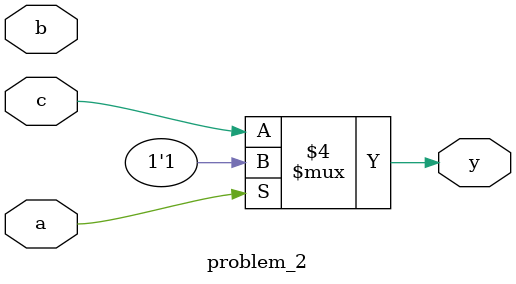
<source format=v>
module problem_2 (output y, input a, b, c);
    always @(a or b or c) begin
        if (a == 1) begin
            y = 1;
        end else y = c;
    end
endmodule
</source>
